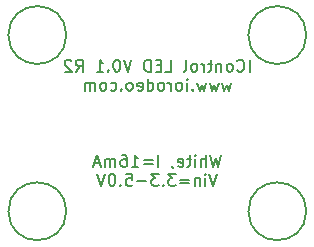
<source format=gbo>
%TF.GenerationSoftware,KiCad,Pcbnew,7.0.8-7.0.8~ubuntu22.04.1*%
%TF.CreationDate,2023-11-26T12:42:51-08:00*%
%TF.ProjectId,white_16mA,77686974-655f-4313-966d-412e6b696361,rev?*%
%TF.SameCoordinates,Original*%
%TF.FileFunction,Legend,Bot*%
%TF.FilePolarity,Positive*%
%FSLAX46Y46*%
G04 Gerber Fmt 4.6, Leading zero omitted, Abs format (unit mm)*
G04 Created by KiCad (PCBNEW 7.0.8-7.0.8~ubuntu22.04.1) date 2023-11-26 12:42:51*
%MOMM*%
%LPD*%
G01*
G04 APERTURE LIST*
%ADD10C,0.150000*%
G04 APERTURE END LIST*
D10*
X70509524Y-55634819D02*
X70509524Y-54634819D01*
X69461906Y-55539580D02*
X69509525Y-55587200D01*
X69509525Y-55587200D02*
X69652382Y-55634819D01*
X69652382Y-55634819D02*
X69747620Y-55634819D01*
X69747620Y-55634819D02*
X69890477Y-55587200D01*
X69890477Y-55587200D02*
X69985715Y-55491961D01*
X69985715Y-55491961D02*
X70033334Y-55396723D01*
X70033334Y-55396723D02*
X70080953Y-55206247D01*
X70080953Y-55206247D02*
X70080953Y-55063390D01*
X70080953Y-55063390D02*
X70033334Y-54872914D01*
X70033334Y-54872914D02*
X69985715Y-54777676D01*
X69985715Y-54777676D02*
X69890477Y-54682438D01*
X69890477Y-54682438D02*
X69747620Y-54634819D01*
X69747620Y-54634819D02*
X69652382Y-54634819D01*
X69652382Y-54634819D02*
X69509525Y-54682438D01*
X69509525Y-54682438D02*
X69461906Y-54730057D01*
X68890477Y-55634819D02*
X68985715Y-55587200D01*
X68985715Y-55587200D02*
X69033334Y-55539580D01*
X69033334Y-55539580D02*
X69080953Y-55444342D01*
X69080953Y-55444342D02*
X69080953Y-55158628D01*
X69080953Y-55158628D02*
X69033334Y-55063390D01*
X69033334Y-55063390D02*
X68985715Y-55015771D01*
X68985715Y-55015771D02*
X68890477Y-54968152D01*
X68890477Y-54968152D02*
X68747620Y-54968152D01*
X68747620Y-54968152D02*
X68652382Y-55015771D01*
X68652382Y-55015771D02*
X68604763Y-55063390D01*
X68604763Y-55063390D02*
X68557144Y-55158628D01*
X68557144Y-55158628D02*
X68557144Y-55444342D01*
X68557144Y-55444342D02*
X68604763Y-55539580D01*
X68604763Y-55539580D02*
X68652382Y-55587200D01*
X68652382Y-55587200D02*
X68747620Y-55634819D01*
X68747620Y-55634819D02*
X68890477Y-55634819D01*
X68128572Y-54968152D02*
X68128572Y-55634819D01*
X68128572Y-55063390D02*
X68080953Y-55015771D01*
X68080953Y-55015771D02*
X67985715Y-54968152D01*
X67985715Y-54968152D02*
X67842858Y-54968152D01*
X67842858Y-54968152D02*
X67747620Y-55015771D01*
X67747620Y-55015771D02*
X67700001Y-55111009D01*
X67700001Y-55111009D02*
X67700001Y-55634819D01*
X67366667Y-54968152D02*
X66985715Y-54968152D01*
X67223810Y-54634819D02*
X67223810Y-55491961D01*
X67223810Y-55491961D02*
X67176191Y-55587200D01*
X67176191Y-55587200D02*
X67080953Y-55634819D01*
X67080953Y-55634819D02*
X66985715Y-55634819D01*
X66652381Y-55634819D02*
X66652381Y-54968152D01*
X66652381Y-55158628D02*
X66604762Y-55063390D01*
X66604762Y-55063390D02*
X66557143Y-55015771D01*
X66557143Y-55015771D02*
X66461905Y-54968152D01*
X66461905Y-54968152D02*
X66366667Y-54968152D01*
X65890476Y-55634819D02*
X65985714Y-55587200D01*
X65985714Y-55587200D02*
X66033333Y-55539580D01*
X66033333Y-55539580D02*
X66080952Y-55444342D01*
X66080952Y-55444342D02*
X66080952Y-55158628D01*
X66080952Y-55158628D02*
X66033333Y-55063390D01*
X66033333Y-55063390D02*
X65985714Y-55015771D01*
X65985714Y-55015771D02*
X65890476Y-54968152D01*
X65890476Y-54968152D02*
X65747619Y-54968152D01*
X65747619Y-54968152D02*
X65652381Y-55015771D01*
X65652381Y-55015771D02*
X65604762Y-55063390D01*
X65604762Y-55063390D02*
X65557143Y-55158628D01*
X65557143Y-55158628D02*
X65557143Y-55444342D01*
X65557143Y-55444342D02*
X65604762Y-55539580D01*
X65604762Y-55539580D02*
X65652381Y-55587200D01*
X65652381Y-55587200D02*
X65747619Y-55634819D01*
X65747619Y-55634819D02*
X65890476Y-55634819D01*
X64985714Y-55634819D02*
X65080952Y-55587200D01*
X65080952Y-55587200D02*
X65128571Y-55491961D01*
X65128571Y-55491961D02*
X65128571Y-54634819D01*
X63366666Y-55634819D02*
X63842856Y-55634819D01*
X63842856Y-55634819D02*
X63842856Y-54634819D01*
X63033332Y-55111009D02*
X62699999Y-55111009D01*
X62557142Y-55634819D02*
X63033332Y-55634819D01*
X63033332Y-55634819D02*
X63033332Y-54634819D01*
X63033332Y-54634819D02*
X62557142Y-54634819D01*
X62128570Y-55634819D02*
X62128570Y-54634819D01*
X62128570Y-54634819D02*
X61890475Y-54634819D01*
X61890475Y-54634819D02*
X61747618Y-54682438D01*
X61747618Y-54682438D02*
X61652380Y-54777676D01*
X61652380Y-54777676D02*
X61604761Y-54872914D01*
X61604761Y-54872914D02*
X61557142Y-55063390D01*
X61557142Y-55063390D02*
X61557142Y-55206247D01*
X61557142Y-55206247D02*
X61604761Y-55396723D01*
X61604761Y-55396723D02*
X61652380Y-55491961D01*
X61652380Y-55491961D02*
X61747618Y-55587200D01*
X61747618Y-55587200D02*
X61890475Y-55634819D01*
X61890475Y-55634819D02*
X62128570Y-55634819D01*
X60509522Y-54634819D02*
X60176189Y-55634819D01*
X60176189Y-55634819D02*
X59842856Y-54634819D01*
X59319046Y-54634819D02*
X59223808Y-54634819D01*
X59223808Y-54634819D02*
X59128570Y-54682438D01*
X59128570Y-54682438D02*
X59080951Y-54730057D01*
X59080951Y-54730057D02*
X59033332Y-54825295D01*
X59033332Y-54825295D02*
X58985713Y-55015771D01*
X58985713Y-55015771D02*
X58985713Y-55253866D01*
X58985713Y-55253866D02*
X59033332Y-55444342D01*
X59033332Y-55444342D02*
X59080951Y-55539580D01*
X59080951Y-55539580D02*
X59128570Y-55587200D01*
X59128570Y-55587200D02*
X59223808Y-55634819D01*
X59223808Y-55634819D02*
X59319046Y-55634819D01*
X59319046Y-55634819D02*
X59414284Y-55587200D01*
X59414284Y-55587200D02*
X59461903Y-55539580D01*
X59461903Y-55539580D02*
X59509522Y-55444342D01*
X59509522Y-55444342D02*
X59557141Y-55253866D01*
X59557141Y-55253866D02*
X59557141Y-55015771D01*
X59557141Y-55015771D02*
X59509522Y-54825295D01*
X59509522Y-54825295D02*
X59461903Y-54730057D01*
X59461903Y-54730057D02*
X59414284Y-54682438D01*
X59414284Y-54682438D02*
X59319046Y-54634819D01*
X58557141Y-55539580D02*
X58509522Y-55587200D01*
X58509522Y-55587200D02*
X58557141Y-55634819D01*
X58557141Y-55634819D02*
X58604760Y-55587200D01*
X58604760Y-55587200D02*
X58557141Y-55539580D01*
X58557141Y-55539580D02*
X58557141Y-55634819D01*
X57557142Y-55634819D02*
X58128570Y-55634819D01*
X57842856Y-55634819D02*
X57842856Y-54634819D01*
X57842856Y-54634819D02*
X57938094Y-54777676D01*
X57938094Y-54777676D02*
X58033332Y-54872914D01*
X58033332Y-54872914D02*
X58128570Y-54920533D01*
X55795237Y-55634819D02*
X56128570Y-55158628D01*
X56366665Y-55634819D02*
X56366665Y-54634819D01*
X56366665Y-54634819D02*
X55985713Y-54634819D01*
X55985713Y-54634819D02*
X55890475Y-54682438D01*
X55890475Y-54682438D02*
X55842856Y-54730057D01*
X55842856Y-54730057D02*
X55795237Y-54825295D01*
X55795237Y-54825295D02*
X55795237Y-54968152D01*
X55795237Y-54968152D02*
X55842856Y-55063390D01*
X55842856Y-55063390D02*
X55890475Y-55111009D01*
X55890475Y-55111009D02*
X55985713Y-55158628D01*
X55985713Y-55158628D02*
X56366665Y-55158628D01*
X55414284Y-54730057D02*
X55366665Y-54682438D01*
X55366665Y-54682438D02*
X55271427Y-54634819D01*
X55271427Y-54634819D02*
X55033332Y-54634819D01*
X55033332Y-54634819D02*
X54938094Y-54682438D01*
X54938094Y-54682438D02*
X54890475Y-54730057D01*
X54890475Y-54730057D02*
X54842856Y-54825295D01*
X54842856Y-54825295D02*
X54842856Y-54920533D01*
X54842856Y-54920533D02*
X54890475Y-55063390D01*
X54890475Y-55063390D02*
X55461903Y-55634819D01*
X55461903Y-55634819D02*
X54842856Y-55634819D01*
X68938094Y-56578152D02*
X68747618Y-57244819D01*
X68747618Y-57244819D02*
X68557142Y-56768628D01*
X68557142Y-56768628D02*
X68366666Y-57244819D01*
X68366666Y-57244819D02*
X68176190Y-56578152D01*
X67890475Y-56578152D02*
X67699999Y-57244819D01*
X67699999Y-57244819D02*
X67509523Y-56768628D01*
X67509523Y-56768628D02*
X67319047Y-57244819D01*
X67319047Y-57244819D02*
X67128571Y-56578152D01*
X66842856Y-56578152D02*
X66652380Y-57244819D01*
X66652380Y-57244819D02*
X66461904Y-56768628D01*
X66461904Y-56768628D02*
X66271428Y-57244819D01*
X66271428Y-57244819D02*
X66080952Y-56578152D01*
X65699999Y-57149580D02*
X65652380Y-57197200D01*
X65652380Y-57197200D02*
X65699999Y-57244819D01*
X65699999Y-57244819D02*
X65747618Y-57197200D01*
X65747618Y-57197200D02*
X65699999Y-57149580D01*
X65699999Y-57149580D02*
X65699999Y-57244819D01*
X65223809Y-57244819D02*
X65223809Y-56578152D01*
X65223809Y-56244819D02*
X65271428Y-56292438D01*
X65271428Y-56292438D02*
X65223809Y-56340057D01*
X65223809Y-56340057D02*
X65176190Y-56292438D01*
X65176190Y-56292438D02*
X65223809Y-56244819D01*
X65223809Y-56244819D02*
X65223809Y-56340057D01*
X64604762Y-57244819D02*
X64700000Y-57197200D01*
X64700000Y-57197200D02*
X64747619Y-57149580D01*
X64747619Y-57149580D02*
X64795238Y-57054342D01*
X64795238Y-57054342D02*
X64795238Y-56768628D01*
X64795238Y-56768628D02*
X64747619Y-56673390D01*
X64747619Y-56673390D02*
X64700000Y-56625771D01*
X64700000Y-56625771D02*
X64604762Y-56578152D01*
X64604762Y-56578152D02*
X64461905Y-56578152D01*
X64461905Y-56578152D02*
X64366667Y-56625771D01*
X64366667Y-56625771D02*
X64319048Y-56673390D01*
X64319048Y-56673390D02*
X64271429Y-56768628D01*
X64271429Y-56768628D02*
X64271429Y-57054342D01*
X64271429Y-57054342D02*
X64319048Y-57149580D01*
X64319048Y-57149580D02*
X64366667Y-57197200D01*
X64366667Y-57197200D02*
X64461905Y-57244819D01*
X64461905Y-57244819D02*
X64604762Y-57244819D01*
X63842857Y-57244819D02*
X63842857Y-56578152D01*
X63842857Y-56768628D02*
X63795238Y-56673390D01*
X63795238Y-56673390D02*
X63747619Y-56625771D01*
X63747619Y-56625771D02*
X63652381Y-56578152D01*
X63652381Y-56578152D02*
X63557143Y-56578152D01*
X63080952Y-57244819D02*
X63176190Y-57197200D01*
X63176190Y-57197200D02*
X63223809Y-57149580D01*
X63223809Y-57149580D02*
X63271428Y-57054342D01*
X63271428Y-57054342D02*
X63271428Y-56768628D01*
X63271428Y-56768628D02*
X63223809Y-56673390D01*
X63223809Y-56673390D02*
X63176190Y-56625771D01*
X63176190Y-56625771D02*
X63080952Y-56578152D01*
X63080952Y-56578152D02*
X62938095Y-56578152D01*
X62938095Y-56578152D02*
X62842857Y-56625771D01*
X62842857Y-56625771D02*
X62795238Y-56673390D01*
X62795238Y-56673390D02*
X62747619Y-56768628D01*
X62747619Y-56768628D02*
X62747619Y-57054342D01*
X62747619Y-57054342D02*
X62795238Y-57149580D01*
X62795238Y-57149580D02*
X62842857Y-57197200D01*
X62842857Y-57197200D02*
X62938095Y-57244819D01*
X62938095Y-57244819D02*
X63080952Y-57244819D01*
X61890476Y-57244819D02*
X61890476Y-56244819D01*
X61890476Y-57197200D02*
X61985714Y-57244819D01*
X61985714Y-57244819D02*
X62176190Y-57244819D01*
X62176190Y-57244819D02*
X62271428Y-57197200D01*
X62271428Y-57197200D02*
X62319047Y-57149580D01*
X62319047Y-57149580D02*
X62366666Y-57054342D01*
X62366666Y-57054342D02*
X62366666Y-56768628D01*
X62366666Y-56768628D02*
X62319047Y-56673390D01*
X62319047Y-56673390D02*
X62271428Y-56625771D01*
X62271428Y-56625771D02*
X62176190Y-56578152D01*
X62176190Y-56578152D02*
X61985714Y-56578152D01*
X61985714Y-56578152D02*
X61890476Y-56625771D01*
X61033333Y-57197200D02*
X61128571Y-57244819D01*
X61128571Y-57244819D02*
X61319047Y-57244819D01*
X61319047Y-57244819D02*
X61414285Y-57197200D01*
X61414285Y-57197200D02*
X61461904Y-57101961D01*
X61461904Y-57101961D02*
X61461904Y-56721009D01*
X61461904Y-56721009D02*
X61414285Y-56625771D01*
X61414285Y-56625771D02*
X61319047Y-56578152D01*
X61319047Y-56578152D02*
X61128571Y-56578152D01*
X61128571Y-56578152D02*
X61033333Y-56625771D01*
X61033333Y-56625771D02*
X60985714Y-56721009D01*
X60985714Y-56721009D02*
X60985714Y-56816247D01*
X60985714Y-56816247D02*
X61461904Y-56911485D01*
X60414285Y-57244819D02*
X60509523Y-57197200D01*
X60509523Y-57197200D02*
X60557142Y-57149580D01*
X60557142Y-57149580D02*
X60604761Y-57054342D01*
X60604761Y-57054342D02*
X60604761Y-56768628D01*
X60604761Y-56768628D02*
X60557142Y-56673390D01*
X60557142Y-56673390D02*
X60509523Y-56625771D01*
X60509523Y-56625771D02*
X60414285Y-56578152D01*
X60414285Y-56578152D02*
X60271428Y-56578152D01*
X60271428Y-56578152D02*
X60176190Y-56625771D01*
X60176190Y-56625771D02*
X60128571Y-56673390D01*
X60128571Y-56673390D02*
X60080952Y-56768628D01*
X60080952Y-56768628D02*
X60080952Y-57054342D01*
X60080952Y-57054342D02*
X60128571Y-57149580D01*
X60128571Y-57149580D02*
X60176190Y-57197200D01*
X60176190Y-57197200D02*
X60271428Y-57244819D01*
X60271428Y-57244819D02*
X60414285Y-57244819D01*
X59652380Y-57149580D02*
X59604761Y-57197200D01*
X59604761Y-57197200D02*
X59652380Y-57244819D01*
X59652380Y-57244819D02*
X59699999Y-57197200D01*
X59699999Y-57197200D02*
X59652380Y-57149580D01*
X59652380Y-57149580D02*
X59652380Y-57244819D01*
X58747619Y-57197200D02*
X58842857Y-57244819D01*
X58842857Y-57244819D02*
X59033333Y-57244819D01*
X59033333Y-57244819D02*
X59128571Y-57197200D01*
X59128571Y-57197200D02*
X59176190Y-57149580D01*
X59176190Y-57149580D02*
X59223809Y-57054342D01*
X59223809Y-57054342D02*
X59223809Y-56768628D01*
X59223809Y-56768628D02*
X59176190Y-56673390D01*
X59176190Y-56673390D02*
X59128571Y-56625771D01*
X59128571Y-56625771D02*
X59033333Y-56578152D01*
X59033333Y-56578152D02*
X58842857Y-56578152D01*
X58842857Y-56578152D02*
X58747619Y-56625771D01*
X58176190Y-57244819D02*
X58271428Y-57197200D01*
X58271428Y-57197200D02*
X58319047Y-57149580D01*
X58319047Y-57149580D02*
X58366666Y-57054342D01*
X58366666Y-57054342D02*
X58366666Y-56768628D01*
X58366666Y-56768628D02*
X58319047Y-56673390D01*
X58319047Y-56673390D02*
X58271428Y-56625771D01*
X58271428Y-56625771D02*
X58176190Y-56578152D01*
X58176190Y-56578152D02*
X58033333Y-56578152D01*
X58033333Y-56578152D02*
X57938095Y-56625771D01*
X57938095Y-56625771D02*
X57890476Y-56673390D01*
X57890476Y-56673390D02*
X57842857Y-56768628D01*
X57842857Y-56768628D02*
X57842857Y-57054342D01*
X57842857Y-57054342D02*
X57890476Y-57149580D01*
X57890476Y-57149580D02*
X57938095Y-57197200D01*
X57938095Y-57197200D02*
X58033333Y-57244819D01*
X58033333Y-57244819D02*
X58176190Y-57244819D01*
X57414285Y-57244819D02*
X57414285Y-56578152D01*
X57414285Y-56673390D02*
X57366666Y-56625771D01*
X57366666Y-56625771D02*
X57271428Y-56578152D01*
X57271428Y-56578152D02*
X57128571Y-56578152D01*
X57128571Y-56578152D02*
X57033333Y-56625771D01*
X57033333Y-56625771D02*
X56985714Y-56721009D01*
X56985714Y-56721009D02*
X56985714Y-57244819D01*
X56985714Y-56721009D02*
X56938095Y-56625771D01*
X56938095Y-56625771D02*
X56842857Y-56578152D01*
X56842857Y-56578152D02*
X56700000Y-56578152D01*
X56700000Y-56578152D02*
X56604761Y-56625771D01*
X56604761Y-56625771D02*
X56557142Y-56721009D01*
X56557142Y-56721009D02*
X56557142Y-57244819D01*
X68057141Y-62684819D02*
X67819046Y-63684819D01*
X67819046Y-63684819D02*
X67628570Y-62970533D01*
X67628570Y-62970533D02*
X67438094Y-63684819D01*
X67438094Y-63684819D02*
X67199999Y-62684819D01*
X66819046Y-63684819D02*
X66819046Y-62684819D01*
X66390475Y-63684819D02*
X66390475Y-63161009D01*
X66390475Y-63161009D02*
X66438094Y-63065771D01*
X66438094Y-63065771D02*
X66533332Y-63018152D01*
X66533332Y-63018152D02*
X66676189Y-63018152D01*
X66676189Y-63018152D02*
X66771427Y-63065771D01*
X66771427Y-63065771D02*
X66819046Y-63113390D01*
X65914284Y-63684819D02*
X65914284Y-63018152D01*
X65914284Y-62684819D02*
X65961903Y-62732438D01*
X65961903Y-62732438D02*
X65914284Y-62780057D01*
X65914284Y-62780057D02*
X65866665Y-62732438D01*
X65866665Y-62732438D02*
X65914284Y-62684819D01*
X65914284Y-62684819D02*
X65914284Y-62780057D01*
X65580951Y-63018152D02*
X65199999Y-63018152D01*
X65438094Y-62684819D02*
X65438094Y-63541961D01*
X65438094Y-63541961D02*
X65390475Y-63637200D01*
X65390475Y-63637200D02*
X65295237Y-63684819D01*
X65295237Y-63684819D02*
X65199999Y-63684819D01*
X64485713Y-63637200D02*
X64580951Y-63684819D01*
X64580951Y-63684819D02*
X64771427Y-63684819D01*
X64771427Y-63684819D02*
X64866665Y-63637200D01*
X64866665Y-63637200D02*
X64914284Y-63541961D01*
X64914284Y-63541961D02*
X64914284Y-63161009D01*
X64914284Y-63161009D02*
X64866665Y-63065771D01*
X64866665Y-63065771D02*
X64771427Y-63018152D01*
X64771427Y-63018152D02*
X64580951Y-63018152D01*
X64580951Y-63018152D02*
X64485713Y-63065771D01*
X64485713Y-63065771D02*
X64438094Y-63161009D01*
X64438094Y-63161009D02*
X64438094Y-63256247D01*
X64438094Y-63256247D02*
X64914284Y-63351485D01*
X63961903Y-63637200D02*
X63961903Y-63684819D01*
X63961903Y-63684819D02*
X64009522Y-63780057D01*
X64009522Y-63780057D02*
X64057141Y-63827676D01*
X62771427Y-63684819D02*
X62771427Y-62684819D01*
X62295237Y-63161009D02*
X61533333Y-63161009D01*
X61533333Y-63446723D02*
X62295237Y-63446723D01*
X60533333Y-63684819D02*
X61104761Y-63684819D01*
X60819047Y-63684819D02*
X60819047Y-62684819D01*
X60819047Y-62684819D02*
X60914285Y-62827676D01*
X60914285Y-62827676D02*
X61009523Y-62922914D01*
X61009523Y-62922914D02*
X61104761Y-62970533D01*
X59676190Y-62684819D02*
X59866666Y-62684819D01*
X59866666Y-62684819D02*
X59961904Y-62732438D01*
X59961904Y-62732438D02*
X60009523Y-62780057D01*
X60009523Y-62780057D02*
X60104761Y-62922914D01*
X60104761Y-62922914D02*
X60152380Y-63113390D01*
X60152380Y-63113390D02*
X60152380Y-63494342D01*
X60152380Y-63494342D02*
X60104761Y-63589580D01*
X60104761Y-63589580D02*
X60057142Y-63637200D01*
X60057142Y-63637200D02*
X59961904Y-63684819D01*
X59961904Y-63684819D02*
X59771428Y-63684819D01*
X59771428Y-63684819D02*
X59676190Y-63637200D01*
X59676190Y-63637200D02*
X59628571Y-63589580D01*
X59628571Y-63589580D02*
X59580952Y-63494342D01*
X59580952Y-63494342D02*
X59580952Y-63256247D01*
X59580952Y-63256247D02*
X59628571Y-63161009D01*
X59628571Y-63161009D02*
X59676190Y-63113390D01*
X59676190Y-63113390D02*
X59771428Y-63065771D01*
X59771428Y-63065771D02*
X59961904Y-63065771D01*
X59961904Y-63065771D02*
X60057142Y-63113390D01*
X60057142Y-63113390D02*
X60104761Y-63161009D01*
X60104761Y-63161009D02*
X60152380Y-63256247D01*
X59152380Y-63684819D02*
X59152380Y-63018152D01*
X59152380Y-63113390D02*
X59104761Y-63065771D01*
X59104761Y-63065771D02*
X59009523Y-63018152D01*
X59009523Y-63018152D02*
X58866666Y-63018152D01*
X58866666Y-63018152D02*
X58771428Y-63065771D01*
X58771428Y-63065771D02*
X58723809Y-63161009D01*
X58723809Y-63161009D02*
X58723809Y-63684819D01*
X58723809Y-63161009D02*
X58676190Y-63065771D01*
X58676190Y-63065771D02*
X58580952Y-63018152D01*
X58580952Y-63018152D02*
X58438095Y-63018152D01*
X58438095Y-63018152D02*
X58342856Y-63065771D01*
X58342856Y-63065771D02*
X58295237Y-63161009D01*
X58295237Y-63161009D02*
X58295237Y-63684819D01*
X57866666Y-63399104D02*
X57390476Y-63399104D01*
X57961904Y-63684819D02*
X57628571Y-62684819D01*
X57628571Y-62684819D02*
X57295238Y-63684819D01*
X67771427Y-64294819D02*
X67438094Y-65294819D01*
X67438094Y-65294819D02*
X67104761Y-64294819D01*
X66771427Y-65294819D02*
X66771427Y-64628152D01*
X66771427Y-64294819D02*
X66819046Y-64342438D01*
X66819046Y-64342438D02*
X66771427Y-64390057D01*
X66771427Y-64390057D02*
X66723808Y-64342438D01*
X66723808Y-64342438D02*
X66771427Y-64294819D01*
X66771427Y-64294819D02*
X66771427Y-64390057D01*
X66295237Y-64628152D02*
X66295237Y-65294819D01*
X66295237Y-64723390D02*
X66247618Y-64675771D01*
X66247618Y-64675771D02*
X66152380Y-64628152D01*
X66152380Y-64628152D02*
X66009523Y-64628152D01*
X66009523Y-64628152D02*
X65914285Y-64675771D01*
X65914285Y-64675771D02*
X65866666Y-64771009D01*
X65866666Y-64771009D02*
X65866666Y-65294819D01*
X65390475Y-64771009D02*
X64628571Y-64771009D01*
X64628571Y-65056723D02*
X65390475Y-65056723D01*
X64247618Y-64294819D02*
X63628571Y-64294819D01*
X63628571Y-64294819D02*
X63961904Y-64675771D01*
X63961904Y-64675771D02*
X63819047Y-64675771D01*
X63819047Y-64675771D02*
X63723809Y-64723390D01*
X63723809Y-64723390D02*
X63676190Y-64771009D01*
X63676190Y-64771009D02*
X63628571Y-64866247D01*
X63628571Y-64866247D02*
X63628571Y-65104342D01*
X63628571Y-65104342D02*
X63676190Y-65199580D01*
X63676190Y-65199580D02*
X63723809Y-65247200D01*
X63723809Y-65247200D02*
X63819047Y-65294819D01*
X63819047Y-65294819D02*
X64104761Y-65294819D01*
X64104761Y-65294819D02*
X64199999Y-65247200D01*
X64199999Y-65247200D02*
X64247618Y-65199580D01*
X63199999Y-65199580D02*
X63152380Y-65247200D01*
X63152380Y-65247200D02*
X63199999Y-65294819D01*
X63199999Y-65294819D02*
X63247618Y-65247200D01*
X63247618Y-65247200D02*
X63199999Y-65199580D01*
X63199999Y-65199580D02*
X63199999Y-65294819D01*
X62819047Y-64294819D02*
X62200000Y-64294819D01*
X62200000Y-64294819D02*
X62533333Y-64675771D01*
X62533333Y-64675771D02*
X62390476Y-64675771D01*
X62390476Y-64675771D02*
X62295238Y-64723390D01*
X62295238Y-64723390D02*
X62247619Y-64771009D01*
X62247619Y-64771009D02*
X62200000Y-64866247D01*
X62200000Y-64866247D02*
X62200000Y-65104342D01*
X62200000Y-65104342D02*
X62247619Y-65199580D01*
X62247619Y-65199580D02*
X62295238Y-65247200D01*
X62295238Y-65247200D02*
X62390476Y-65294819D01*
X62390476Y-65294819D02*
X62676190Y-65294819D01*
X62676190Y-65294819D02*
X62771428Y-65247200D01*
X62771428Y-65247200D02*
X62819047Y-65199580D01*
X61771428Y-64913866D02*
X61009524Y-64913866D01*
X60057143Y-64294819D02*
X60533333Y-64294819D01*
X60533333Y-64294819D02*
X60580952Y-64771009D01*
X60580952Y-64771009D02*
X60533333Y-64723390D01*
X60533333Y-64723390D02*
X60438095Y-64675771D01*
X60438095Y-64675771D02*
X60200000Y-64675771D01*
X60200000Y-64675771D02*
X60104762Y-64723390D01*
X60104762Y-64723390D02*
X60057143Y-64771009D01*
X60057143Y-64771009D02*
X60009524Y-64866247D01*
X60009524Y-64866247D02*
X60009524Y-65104342D01*
X60009524Y-65104342D02*
X60057143Y-65199580D01*
X60057143Y-65199580D02*
X60104762Y-65247200D01*
X60104762Y-65247200D02*
X60200000Y-65294819D01*
X60200000Y-65294819D02*
X60438095Y-65294819D01*
X60438095Y-65294819D02*
X60533333Y-65247200D01*
X60533333Y-65247200D02*
X60580952Y-65199580D01*
X59580952Y-65199580D02*
X59533333Y-65247200D01*
X59533333Y-65247200D02*
X59580952Y-65294819D01*
X59580952Y-65294819D02*
X59628571Y-65247200D01*
X59628571Y-65247200D02*
X59580952Y-65199580D01*
X59580952Y-65199580D02*
X59580952Y-65294819D01*
X58914286Y-64294819D02*
X58819048Y-64294819D01*
X58819048Y-64294819D02*
X58723810Y-64342438D01*
X58723810Y-64342438D02*
X58676191Y-64390057D01*
X58676191Y-64390057D02*
X58628572Y-64485295D01*
X58628572Y-64485295D02*
X58580953Y-64675771D01*
X58580953Y-64675771D02*
X58580953Y-64913866D01*
X58580953Y-64913866D02*
X58628572Y-65104342D01*
X58628572Y-65104342D02*
X58676191Y-65199580D01*
X58676191Y-65199580D02*
X58723810Y-65247200D01*
X58723810Y-65247200D02*
X58819048Y-65294819D01*
X58819048Y-65294819D02*
X58914286Y-65294819D01*
X58914286Y-65294819D02*
X59009524Y-65247200D01*
X59009524Y-65247200D02*
X59057143Y-65199580D01*
X59057143Y-65199580D02*
X59104762Y-65104342D01*
X59104762Y-65104342D02*
X59152381Y-64913866D01*
X59152381Y-64913866D02*
X59152381Y-64675771D01*
X59152381Y-64675771D02*
X59104762Y-64485295D01*
X59104762Y-64485295D02*
X59057143Y-64390057D01*
X59057143Y-64390057D02*
X59009524Y-64342438D01*
X59009524Y-64342438D02*
X58914286Y-64294819D01*
X58295238Y-64294819D02*
X57961905Y-65294819D01*
X57961905Y-65294819D02*
X57628572Y-64294819D01*
%TO.C,M1*%
X54990000Y-52540000D02*
G75*
G03*
X54990000Y-52540000I-2450000J0D01*
G01*
%TO.C,M2*%
X75310000Y-52540000D02*
G75*
G03*
X75310000Y-52540000I-2450000J0D01*
G01*
%TO.C,M3*%
X75310000Y-67460000D02*
G75*
G03*
X75310000Y-67460000I-2450000J0D01*
G01*
%TO.C,M4*%
X54990000Y-67460000D02*
G75*
G03*
X54990000Y-67460000I-2450000J0D01*
G01*
%TD*%
M02*

</source>
